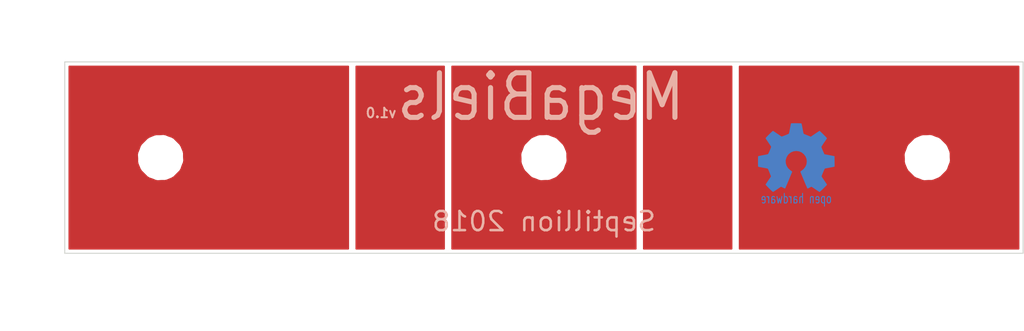
<source format=kicad_pcb>
(kicad_pcb (version 20171130) (host pcbnew "(5.0.0)")

  (general
    (thickness 1.6)
    (drawings 16)
    (tracks 0)
    (zones 0)
    (modules 5)
    (nets 1)
  )

  (page A4)
  (layers
    (0 F.Cu signal)
    (31 B.Cu signal)
    (32 B.Adhes user)
    (33 F.Adhes user)
    (34 B.Paste user)
    (35 F.Paste user)
    (36 B.SilkS user)
    (37 F.SilkS user)
    (38 B.Mask user)
    (39 F.Mask user hide)
    (40 Dwgs.User user)
    (41 Cmts.User user)
    (42 Eco1.User user)
    (43 Eco2.User user)
    (44 Edge.Cuts user)
    (45 Margin user)
    (46 B.CrtYd user)
    (47 F.CrtYd user)
    (48 B.Fab user)
    (49 F.Fab user)
  )

  (setup
    (last_trace_width 0.25)
    (trace_clearance 0.2)
    (zone_clearance 0.508)
    (zone_45_only no)
    (trace_min 0.2)
    (segment_width 0.2)
    (edge_width 0.15)
    (via_size 0.6)
    (via_drill 0.4)
    (via_min_size 0.4)
    (via_min_drill 0.3)
    (uvia_size 0.3)
    (uvia_drill 0.1)
    (uvias_allowed no)
    (uvia_min_size 0.2)
    (uvia_min_drill 0.1)
    (pcb_text_width 0.3)
    (pcb_text_size 1.5 1.5)
    (mod_edge_width 0.15)
    (mod_text_size 1 1)
    (mod_text_width 0.15)
    (pad_size 1.524 1.524)
    (pad_drill 0.762)
    (pad_to_mask_clearance 0.2)
    (aux_axis_origin 0 0)
    (visible_elements 7FFFFFFF)
    (pcbplotparams
      (layerselection 0x00030_80000001)
      (usegerberextensions false)
      (usegerberattributes false)
      (usegerberadvancedattributes false)
      (creategerberjobfile false)
      (excludeedgelayer true)
      (linewidth 0.100000)
      (plotframeref false)
      (viasonmask false)
      (mode 1)
      (useauxorigin false)
      (hpglpennumber 1)
      (hpglpenspeed 20)
      (hpglpendiameter 15.000000)
      (psnegative false)
      (psa4output false)
      (plotreference true)
      (plotvalue true)
      (plotinvisibletext false)
      (padsonsilk false)
      (subtractmaskfromsilk false)
      (outputformat 1)
      (mirror false)
      (drillshape 1)
      (scaleselection 1)
      (outputdirectory ""))
  )

  (net 0 "")

  (net_class Default "This is the default net class."
    (clearance 0.2)
    (trace_width 0.25)
    (via_dia 0.6)
    (via_drill 0.4)
    (uvia_dia 0.3)
    (uvia_drill 0.1)
  )

  (module Mounting_Holes:MountingHole_5mm (layer F.Cu) (tedit 5B54C79D) (tstamp 5B54C595)
    (at 130 60)
    (descr "Mounting Hole 5mm, no annular")
    (tags "mounting hole 5mm no annular")
    (attr virtual)
    (fp_text reference REF** (at 0 -6) (layer Dwgs.User)
      (effects (font (size 1 1) (thickness 0.15)))
    )
    (fp_text value MountingHole_6mm (at 0 6) (layer F.Fab) hide
      (effects (font (size 1 1) (thickness 0.15)))
    )
    (fp_text user %R (at 0.3 0) (layer F.Fab)
      (effects (font (size 1 1) (thickness 0.15)))
    )
    (fp_circle (center 0 0) (end 5 0) (layer Cmts.User) (width 0.15))
    (fp_circle (center 0 0) (end 5.25 0) (layer F.CrtYd) (width 0.05))
    (pad "" np_thru_hole circle (at 0 0) (size 6 6) (drill 6) (layers *.Cu *.Mask))
  )

  (module Mounting_Holes:MountingHole_5mm (layer F.Cu) (tedit 5B54C7AE) (tstamp 5B8C55E4)
    (at 190 60)
    (descr "Mounting Hole 5mm, no annular")
    (tags "mounting hole 5mm no annular")
    (attr virtual)
    (fp_text reference REF** (at 0 -6) (layer Dwgs.User)
      (effects (font (size 1 1) (thickness 0.15)))
    )
    (fp_text value MountingHole_6mm (at 0 6) (layer F.Fab) hide
      (effects (font (size 1 1) (thickness 0.15)))
    )
    (fp_text user %R (at 0.3 0) (layer F.Fab)
      (effects (font (size 1 1) (thickness 0.15)))
    )
    (fp_circle (center 0 0) (end 5 0) (layer Cmts.User) (width 0.15))
    (fp_circle (center 0 0) (end 5.25 0) (layer F.CrtYd) (width 0.05))
    (pad "" np_thru_hole circle (at 0 0) (size 6 6) (drill 6) (layers *.Cu *.Mask))
  )

  (module Mounting_Holes:MountingHole_5mm (layer F.Cu) (tedit 5B54C7A9) (tstamp 5B54C514)
    (at 70 60)
    (descr "Mounting Hole 5mm, no annular")
    (tags "mounting hole 5mm no annular")
    (attr virtual)
    (fp_text reference REF** (at 0 -6) (layer Dwgs.User)
      (effects (font (size 1 1) (thickness 0.15)))
    )
    (fp_text value MountingHole_6mm (at 0 6) (layer F.Fab) hide
      (effects (font (size 1 1) (thickness 0.15)))
    )
    (fp_text user %R (at 0.3 0) (layer F.Fab)
      (effects (font (size 1 1) (thickness 0.15)))
    )
    (fp_circle (center 0 0) (end 5 0) (layer Cmts.User) (width 0.15))
    (fp_circle (center 0 0) (end 5.25 0) (layer F.CrtYd) (width 0.05))
    (pad "" np_thru_hole circle (at 0 0) (size 6 6) (drill 6) (layers *.Cu *.Mask))
  )

  (module septillio_logo:MaskSquare (layer F.Cu) (tedit 0) (tstamp 5B551B2F)
    (at 130 60)
    (fp_text reference G*** (at 0 0) (layer F.SilkS) hide
      (effects (font (size 1.524 1.524) (thickness 0.3)))
    )
    (fp_text value LOGO (at 0.75 0) (layer F.SilkS) hide
      (effects (font (size 1.524 1.524) (thickness 0.3)))
    )
    (fp_poly (pts (xy 75 15) (xy -75 15) (xy -75 -15) (xy 75 -15)
      (xy 75 15)) (layer F.Mask) (width 0.01))
  )

  (module w_logo:Logo_copper_OSHW_12x13mm (layer B.Cu) (tedit 0) (tstamp 5B8C5775)
    (at 169.5 60 180)
    (descr "Open Hardware Logo, 12x13mm")
    (fp_text reference G*** (at 0 0 180) (layer B.SilkS) hide
      (effects (font (size 0.5461 0.5461) (thickness 0.10922)) (justify mirror))
    )
    (fp_text value LOGO (at 0 -0.9 180) (layer B.SilkS) hide
      (effects (font (size 0.5461 0.5461) (thickness 0.10922)) (justify mirror))
    )
    (fp_poly (pts (xy -3.63728 -5.38988) (xy -3.57378 -5.35686) (xy -3.43408 -5.26796) (xy -3.23342 -5.13842)
      (xy -2.9972 -4.9784) (xy -2.75844 -4.81838) (xy -2.56286 -4.6863) (xy -2.4257 -4.59994)
      (xy -2.36982 -4.56692) (xy -2.33934 -4.57708) (xy -2.22504 -4.63296) (xy -2.06248 -4.71932)
      (xy -1.96596 -4.76758) (xy -1.8161 -4.83362) (xy -1.74244 -4.84632) (xy -1.72974 -4.826)
      (xy -1.67386 -4.70916) (xy -1.5875 -4.51358) (xy -1.4732 -4.25196) (xy -1.34366 -3.9497)
      (xy -1.2065 -3.6195) (xy -1.0668 -3.28422) (xy -0.93472 -2.96672) (xy -0.81534 -2.6797)
      (xy -0.72136 -2.44602) (xy -0.6604 -2.28346) (xy -0.63754 -2.21234) (xy -0.64516 -2.1971)
      (xy -0.71882 -2.12598) (xy -0.8509 -2.02692) (xy -1.13538 -1.79578) (xy -1.41478 -1.44526)
      (xy -1.58496 -1.04902) (xy -1.64338 -0.60706) (xy -1.59512 -0.19812) (xy -1.43256 0.19558)
      (xy -1.15824 0.54864) (xy -0.8255 0.8128) (xy -0.43688 0.9779) (xy 0 1.03378)
      (xy 0.4191 0.98552) (xy 0.82042 0.82804) (xy 1.17348 0.5588) (xy 1.32334 0.38608)
      (xy 1.52908 0.02794) (xy 1.64592 -0.35814) (xy 1.65862 -0.45466) (xy 1.64084 -0.8763)
      (xy 1.51638 -1.28016) (xy 1.2954 -1.64084) (xy 0.98552 -1.93802) (xy 0.94742 -1.96596)
      (xy 0.80264 -2.07264) (xy 0.70866 -2.1463) (xy 0.63246 -2.20726) (xy 1.1684 -3.50012)
      (xy 1.25476 -3.70586) (xy 1.40208 -4.05638) (xy 1.53162 -4.36118) (xy 1.63576 -4.60502)
      (xy 1.70688 -4.76504) (xy 1.73736 -4.83108) (xy 1.74244 -4.83362) (xy 1.78816 -4.84124)
      (xy 1.88722 -4.80568) (xy 2.06756 -4.71932) (xy 2.18694 -4.65836) (xy 2.3241 -4.59232)
      (xy 2.38506 -4.56692) (xy 2.4384 -4.59486) (xy 2.57048 -4.68122) (xy 2.76098 -4.81076)
      (xy 2.99212 -4.9657) (xy 3.2131 -5.11556) (xy 3.4163 -5.25018) (xy 3.56362 -5.34416)
      (xy 3.63474 -5.38226) (xy 3.6449 -5.38226) (xy 3.7084 -5.3467) (xy 3.82524 -5.25018)
      (xy 4.0005 -5.08254) (xy 4.24942 -4.8387) (xy 4.28752 -4.8006) (xy 4.49326 -4.59232)
      (xy 4.65836 -4.41706) (xy 4.77012 -4.2926) (xy 4.81076 -4.23672) (xy 4.77266 -4.1656)
      (xy 4.68122 -4.01828) (xy 4.5466 -3.81508) (xy 4.38404 -3.57378) (xy 3.95478 -2.95402)
      (xy 4.191 -2.36728) (xy 4.26212 -2.18694) (xy 4.35356 -1.9685) (xy 4.42214 -1.81356)
      (xy 4.4577 -1.74498) (xy 4.5212 -1.72212) (xy 4.68122 -1.68402) (xy 4.9149 -1.63576)
      (xy 5.19176 -1.58496) (xy 5.45592 -1.5367) (xy 5.69468 -1.49098) (xy 5.8674 -1.45796)
      (xy 5.94614 -1.44272) (xy 5.96392 -1.43002) (xy 5.97916 -1.39192) (xy 5.98932 -1.31064)
      (xy 5.9944 -1.16586) (xy 5.99948 -0.93726) (xy 5.99948 -0.60706) (xy 5.99948 -0.5715)
      (xy 5.9944 -0.25654) (xy 5.98932 -0.00508) (xy 5.9817 0.16002) (xy 5.969 0.22606)
      (xy 5.89534 0.24384) (xy 5.72516 0.2794) (xy 5.4864 0.32766) (xy 5.20192 0.381)
      (xy 5.18414 0.38354) (xy 4.89966 0.43942) (xy 4.66344 0.48768) (xy 4.4958 0.52578)
      (xy 4.42722 0.54864) (xy 4.41198 0.56896) (xy 4.35356 0.68072) (xy 4.27228 0.85598)
      (xy 4.1783 1.06934) (xy 4.08686 1.29286) (xy 4.00558 1.49352) (xy 3.95224 1.64338)
      (xy 3.937 1.71196) (xy 3.98018 1.78054) (xy 4.0767 1.92786) (xy 4.2164 2.13106)
      (xy 4.3815 2.37236) (xy 4.3942 2.39268) (xy 4.55676 2.63144) (xy 4.68884 2.83464)
      (xy 4.77774 2.97942) (xy 4.81076 3.04292) (xy 4.81076 3.048) (xy 4.75488 3.11912)
      (xy 4.63296 3.25628) (xy 4.4577 3.43916) (xy 4.24942 3.64998) (xy 4.18084 3.71602)
      (xy 3.9497 3.94462) (xy 3.78714 4.09194) (xy 3.68554 4.17322) (xy 3.63728 4.191)
      (xy 3.63474 4.18846) (xy 3.56362 4.14528) (xy 3.41122 4.04622) (xy 3.20548 3.90652)
      (xy 2.96164 3.74142) (xy 2.9464 3.73126) (xy 2.7051 3.5687) (xy 2.50698 3.43154)
      (xy 2.36474 3.33756) (xy 2.30124 3.302) (xy 2.29108 3.302) (xy 2.19456 3.32994)
      (xy 2.02438 3.38836) (xy 1.81356 3.46964) (xy 1.59258 3.55854) (xy 1.38938 3.6449)
      (xy 1.23952 3.71348) (xy 1.1684 3.75412) (xy 1.16586 3.75666) (xy 1.14046 3.84302)
      (xy 1.09982 4.02336) (xy 1.04648 4.26974) (xy 0.99314 4.56438) (xy 0.98298 4.6101)
      (xy 0.92964 4.89712) (xy 0.88392 5.13334) (xy 0.84836 5.2959) (xy 0.83312 5.36448)
      (xy 0.79248 5.3721) (xy 0.65278 5.38226) (xy 0.43942 5.38988) (xy 0.18034 5.39242)
      (xy -0.09144 5.38988) (xy -0.3556 5.3848) (xy -0.58166 5.37718) (xy -0.74422 5.36448)
      (xy -0.8128 5.35178) (xy -0.81534 5.3467) (xy -0.8382 5.2578) (xy -0.87884 5.08)
      (xy -0.92964 4.83108) (xy -0.98552 4.53644) (xy -0.99568 4.4831) (xy -1.04902 4.19862)
      (xy -1.09728 3.96494) (xy -1.13284 3.80492) (xy -1.15062 3.74142) (xy -1.17602 3.72872)
      (xy -1.29286 3.67538) (xy -1.48336 3.59664) (xy -1.72212 3.50012) (xy -2.27076 3.27914)
      (xy -2.94386 3.74142) (xy -3.00482 3.78206) (xy -3.24866 3.94716) (xy -3.44678 4.07924)
      (xy -3.58648 4.16814) (xy -3.64236 4.20116) (xy -3.64744 4.19862) (xy -3.71602 4.1402)
      (xy -3.8481 4.01574) (xy -4.03098 3.83794) (xy -4.2418 3.62712) (xy -4.39928 3.46964)
      (xy -4.5847 3.28168) (xy -4.70154 3.15468) (xy -4.76758 3.0734) (xy -4.79044 3.0226)
      (xy -4.78282 2.98958) (xy -4.73964 2.921) (xy -4.64058 2.77368) (xy -4.50342 2.56794)
      (xy -4.33832 2.33172) (xy -4.2037 2.13106) (xy -4.05638 1.905) (xy -3.9624 1.74498)
      (xy -3.92938 1.66624) (xy -3.937 1.63322) (xy -3.98526 1.50114) (xy -4.064 1.30048)
      (xy -4.1656 1.06426) (xy -4.39928 0.53086) (xy -4.7498 0.46482) (xy -4.96062 0.42418)
      (xy -5.2578 0.36576) (xy -5.54228 0.31242) (xy -5.98424 0.22606) (xy -5.99948 -1.39954)
      (xy -5.9309 -1.43002) (xy -5.86486 -1.4478) (xy -5.7023 -1.48336) (xy -5.46862 -1.52908)
      (xy -5.19176 -1.58242) (xy -4.95554 -1.6256) (xy -4.71932 -1.67132) (xy -4.54914 -1.70434)
      (xy -4.47294 -1.71958) (xy -4.45516 -1.74498) (xy -4.3942 -1.86182) (xy -4.31038 -2.04216)
      (xy -4.2164 -2.26314) (xy -4.12242 -2.4892) (xy -4.0386 -2.70002) (xy -3.98018 -2.86004)
      (xy -3.95732 -2.94386) (xy -3.99034 -3.00482) (xy -4.07924 -3.14452) (xy -4.21132 -3.34264)
      (xy -4.37134 -3.57886) (xy -4.5339 -3.81508) (xy -4.66852 -4.01574) (xy -4.76504 -4.16052)
      (xy -4.80314 -4.22656) (xy -4.78282 -4.27228) (xy -4.68884 -4.38658) (xy -4.51104 -4.56946)
      (xy -4.24688 -4.83108) (xy -4.2037 -4.87426) (xy -3.99288 -5.07492) (xy -3.81508 -5.24002)
      (xy -3.69316 -5.34924) (xy -3.63728 -5.38988)) (layer B.Cu) (width 0.00254))
    (fp_line (start -5.31 -6.25) (end -5.36 -6.4) (layer B.Cu) (width 0.15))
    (fp_line (start -5.25 -6.17) (end -5.31 -6.25) (layer B.Cu) (width 0.15))
    (fp_line (start -5.17 -6.11) (end -5.25 -6.17) (layer B.Cu) (width 0.15))
    (fp_line (start -5.02 -6.11) (end -5.17 -6.11) (layer B.Cu) (width 0.15))
    (fp_line (start -4.93 -6.18) (end -5.02 -6.11) (layer B.Cu) (width 0.15))
    (fp_line (start -4.88 -6.25) (end -4.93 -6.18) (layer B.Cu) (width 0.15))
    (fp_line (start -4.83 -6.41) (end -4.88 -6.25) (layer B.Cu) (width 0.15))
    (fp_line (start -4.83 -6.82) (end -4.83 -6.41) (layer B.Cu) (width 0.15))
    (fp_line (start -4.88 -6.96) (end -4.83 -6.82) (layer B.Cu) (width 0.15))
    (fp_line (start -4.92 -7.03) (end -4.88 -6.96) (layer B.Cu) (width 0.15))
    (fp_line (start -5.02 -7.11) (end -4.92 -7.03) (layer B.Cu) (width 0.15))
    (fp_line (start -5.16 -7.11) (end -5.02 -7.11) (layer B.Cu) (width 0.15))
    (fp_line (start -5.26 -7.04) (end -5.16 -7.11) (layer B.Cu) (width 0.15))
    (fp_line (start -5.31 -6.95) (end -5.26 -7.04) (layer B.Cu) (width 0.15))
    (fp_line (start -5.36 -6.81) (end -5.31 -6.95) (layer B.Cu) (width 0.15))
    (fp_line (start -5.36 -6.4) (end -5.36 -6.81) (layer B.Cu) (width 0.15))
    (fp_line (start -4.4 -7.03) (end -4.3 -7.1) (layer B.Cu) (width 0.15))
    (fp_line (start -4.12 -7.1) (end -4.02 -7.02) (layer B.Cu) (width 0.15))
    (fp_line (start -4.02 -7.02) (end -3.98 -6.95) (layer B.Cu) (width 0.15))
    (fp_line (start -3.98 -6.95) (end -3.93 -6.81) (layer B.Cu) (width 0.15))
    (fp_line (start -3.93 -6.81) (end -3.93 -6.4) (layer B.Cu) (width 0.15))
    (fp_line (start -3.93 -6.4) (end -3.98 -6.24) (layer B.Cu) (width 0.15))
    (fp_line (start -3.98 -6.24) (end -4.03 -6.17) (layer B.Cu) (width 0.15))
    (fp_line (start -4.03 -6.17) (end -4.12 -6.1) (layer B.Cu) (width 0.15))
    (fp_line (start -4.3 -6.1) (end -4.38 -6.16) (layer B.Cu) (width 0.15))
    (fp_line (start -4.3 -7.1) (end -4.11 -7.1) (layer B.Cu) (width 0.15))
    (fp_line (start -4.3 -6.1) (end -4.12 -6.1) (layer B.Cu) (width 0.15))
    (fp_line (start -4.41 -6.1) (end -4.41 -7.61) (layer B.Cu) (width 0.15))
    (fp_line (start -3.22 -7.11) (end -3.12 -7.04) (layer B.Cu) (width 0.15))
    (fp_line (start -3.4 -7.11) (end -3.22 -7.11) (layer B.Cu) (width 0.15))
    (fp_line (start -3.5 -7.04) (end -3.4 -7.11) (layer B.Cu) (width 0.15))
    (fp_line (start -3.55 -6.9) (end -3.5 -7.04) (layer B.Cu) (width 0.15))
    (fp_line (start -3.55 -6.32) (end -3.55 -6.9) (layer B.Cu) (width 0.15))
    (fp_line (start -3.49 -6.17) (end -3.55 -6.32) (layer B.Cu) (width 0.15))
    (fp_line (start -3.39 -6.1) (end -3.49 -6.17) (layer B.Cu) (width 0.15))
    (fp_line (start -3.22 -6.1) (end -3.39 -6.1) (layer B.Cu) (width 0.15))
    (fp_line (start -3.12 -6.19) (end -3.22 -6.1) (layer B.Cu) (width 0.15))
    (fp_line (start -3.07 -6.32) (end -3.12 -6.19) (layer B.Cu) (width 0.15))
    (fp_line (start -3.07 -6.59) (end -3.07 -6.32) (layer B.Cu) (width 0.15))
    (fp_line (start -3.55 -6.59) (end -3.07 -6.59) (layer B.Cu) (width 0.15))
    (fp_line (start -2.64 -6.11) (end -2.64 -7.11) (layer B.Cu) (width 0.15))
    (fp_line (start -2.58 -6.17) (end -2.64 -6.24) (layer B.Cu) (width 0.15))
    (fp_line (start -2.5 -6.11) (end -2.58 -6.17) (layer B.Cu) (width 0.15))
    (fp_line (start -2.36 -6.11) (end -2.5 -6.11) (layer B.Cu) (width 0.15))
    (fp_line (start -2.26 -6.18) (end -2.36 -6.11) (layer B.Cu) (width 0.15))
    (fp_line (start -2.21 -6.33) (end -2.26 -6.18) (layer B.Cu) (width 0.15))
    (fp_line (start -2.21 -7.11) (end -2.21 -6.33) (layer B.Cu) (width 0.15))
    (fp_line (start -0.55 -7.11) (end -0.55 -6.33) (layer B.Cu) (width 0.15))
    (fp_line (start -0.55 -6.33) (end -0.6 -6.18) (layer B.Cu) (width 0.15))
    (fp_line (start -0.6 -6.18) (end -0.7 -6.11) (layer B.Cu) (width 0.15))
    (fp_line (start -0.7 -6.11) (end -0.84 -6.11) (layer B.Cu) (width 0.15))
    (fp_line (start -0.84 -6.11) (end -0.92 -6.17) (layer B.Cu) (width 0.15))
    (fp_line (start -0.92 -6.17) (end -0.98 -6.24) (layer B.Cu) (width 0.15))
    (fp_line (start -0.98 -7.11) (end -0.98 -5.61) (layer B.Cu) (width 0.15))
    (fp_line (start 0.36 -6.32) (end 0.36 -7.11) (layer B.Cu) (width 0.15))
    (fp_line (start 0.3 -6.17) (end 0.36 -6.32) (layer B.Cu) (width 0.15))
    (fp_line (start 0.21 -6.1) (end 0.3 -6.17) (layer B.Cu) (width 0.15))
    (fp_line (start 0.03 -6.1) (end 0.21 -6.1) (layer B.Cu) (width 0.15))
    (fp_line (start -0.08 -6.18) (end 0.03 -6.1) (layer B.Cu) (width 0.15))
    (fp_line (start -0.12 -6.88) (end -0.08 -7.02) (layer B.Cu) (width 0.15))
    (fp_line (start -0.12 -6.75) (end -0.12 -6.88) (layer B.Cu) (width 0.15))
    (fp_line (start -0.07 -6.61) (end -0.12 -6.75) (layer B.Cu) (width 0.15))
    (fp_line (start 0.03 -6.53) (end -0.07 -6.61) (layer B.Cu) (width 0.15))
    (fp_line (start 0.27 -6.53) (end 0.03 -6.53) (layer B.Cu) (width 0.15))
    (fp_line (start 0.36 -6.46) (end 0.27 -6.53) (layer B.Cu) (width 0.15))
    (fp_line (start 0.26 -7.11) (end 0.36 -7.03) (layer B.Cu) (width 0.15))
    (fp_line (start 0.03 -7.11) (end 0.26 -7.11) (layer B.Cu) (width 0.15))
    (fp_line (start -0.08 -7.02) (end 0.03 -7.11) (layer B.Cu) (width 0.15))
    (fp_line (start 3.4 -7.02) (end 3.51 -7.11) (layer B.Cu) (width 0.15))
    (fp_line (start 3.51 -7.11) (end 3.74 -7.11) (layer B.Cu) (width 0.15))
    (fp_line (start 3.74 -7.11) (end 3.84 -7.03) (layer B.Cu) (width 0.15))
    (fp_line (start 3.84 -6.46) (end 3.75 -6.53) (layer B.Cu) (width 0.15))
    (fp_line (start 3.75 -6.53) (end 3.51 -6.53) (layer B.Cu) (width 0.15))
    (fp_line (start 3.51 -6.53) (end 3.41 -6.61) (layer B.Cu) (width 0.15))
    (fp_line (start 3.41 -6.61) (end 3.36 -6.75) (layer B.Cu) (width 0.15))
    (fp_line (start 3.36 -6.75) (end 3.36 -6.88) (layer B.Cu) (width 0.15))
    (fp_line (start 3.36 -6.88) (end 3.4 -7.02) (layer B.Cu) (width 0.15))
    (fp_line (start 3.4 -6.18) (end 3.51 -6.1) (layer B.Cu) (width 0.15))
    (fp_line (start 3.51 -6.1) (end 3.69 -6.1) (layer B.Cu) (width 0.15))
    (fp_line (start 3.69 -6.1) (end 3.78 -6.17) (layer B.Cu) (width 0.15))
    (fp_line (start 3.78 -6.17) (end 3.84 -6.32) (layer B.Cu) (width 0.15))
    (fp_line (start 3.84 -6.32) (end 3.84 -7.11) (layer B.Cu) (width 0.15))
    (fp_line (start 0.83 -6.11) (end 0.83 -7.11) (layer B.Cu) (width 0.15))
    (fp_line (start 0.88 -6.25) (end 0.83 -6.42) (layer B.Cu) (width 0.15))
    (fp_line (start 0.92 -6.19) (end 0.88 -6.25) (layer B.Cu) (width 0.15))
    (fp_line (start 1.02 -6.11) (end 0.92 -6.19) (layer B.Cu) (width 0.15))
    (fp_line (start 1.13 -6.11) (end 1.02 -6.11) (layer B.Cu) (width 0.15))
    (fp_line (start 1.88 -5.61) (end 1.88 -7.11) (layer B.Cu) (width 0.15))
    (fp_line (start 1.78 -6.11) (end 1.88 -6.19) (layer B.Cu) (width 0.15))
    (fp_line (start 1.6 -6.11) (end 1.78 -6.11) (layer B.Cu) (width 0.15))
    (fp_line (start 1.52 -6.16) (end 1.6 -6.11) (layer B.Cu) (width 0.15))
    (fp_line (start 1.45 -6.25) (end 1.52 -6.16) (layer B.Cu) (width 0.15))
    (fp_line (start 1.4 -6.4) (end 1.45 -6.25) (layer B.Cu) (width 0.15))
    (fp_line (start 1.4 -6.82) (end 1.4 -6.4) (layer B.Cu) (width 0.15))
    (fp_line (start 1.46 -6.98) (end 1.4 -6.82) (layer B.Cu) (width 0.15))
    (fp_line (start 1.53 -7.06) (end 1.46 -6.98) (layer B.Cu) (width 0.15))
    (fp_line (start 1.6 -7.11) (end 1.53 -7.06) (layer B.Cu) (width 0.15))
    (fp_line (start 1.79 -7.11) (end 1.6 -7.11) (layer B.Cu) (width 0.15))
    (fp_line (start 1.88 -7.03) (end 1.79 -7.11) (layer B.Cu) (width 0.15))
    (fp_line (start 2.83 -7.11) (end 3.03 -6.1) (layer B.Cu) (width 0.15))
    (fp_line (start 2.64 -6.39) (end 2.83 -7.11) (layer B.Cu) (width 0.15))
    (fp_line (start 2.45 -7.11) (end 2.64 -6.39) (layer B.Cu) (width 0.15))
    (fp_line (start 2.26 -6.1) (end 2.45 -7.11) (layer B.Cu) (width 0.15))
    (fp_line (start 4.61 -6.11) (end 4.5 -6.11) (layer B.Cu) (width 0.15))
    (fp_line (start 4.5 -6.11) (end 4.4 -6.19) (layer B.Cu) (width 0.15))
    (fp_line (start 4.4 -6.19) (end 4.36 -6.25) (layer B.Cu) (width 0.15))
    (fp_line (start 4.36 -6.25) (end 4.31 -6.42) (layer B.Cu) (width 0.15))
    (fp_line (start 4.31 -6.11) (end 4.31 -7.11) (layer B.Cu) (width 0.15))
    (fp_line (start 4.88 -6.59) (end 5.36 -6.59) (layer B.Cu) (width 0.15))
    (fp_line (start 5.36 -6.59) (end 5.36 -6.32) (layer B.Cu) (width 0.15))
    (fp_line (start 5.36 -6.32) (end 5.31 -6.19) (layer B.Cu) (width 0.15))
    (fp_line (start 5.31 -6.19) (end 5.21 -6.1) (layer B.Cu) (width 0.15))
    (fp_line (start 5.21 -6.1) (end 5.04 -6.1) (layer B.Cu) (width 0.15))
    (fp_line (start 5.04 -6.1) (end 4.94 -6.17) (layer B.Cu) (width 0.15))
    (fp_line (start 4.94 -6.17) (end 4.88 -6.32) (layer B.Cu) (width 0.15))
    (fp_line (start 4.88 -6.32) (end 4.88 -6.9) (layer B.Cu) (width 0.15))
    (fp_line (start 4.88 -6.9) (end 4.93 -7.04) (layer B.Cu) (width 0.15))
    (fp_line (start 4.93 -7.04) (end 5.03 -7.11) (layer B.Cu) (width 0.15))
    (fp_line (start 5.03 -7.11) (end 5.21 -7.11) (layer B.Cu) (width 0.15))
    (fp_line (start 5.21 -7.11) (end 5.31 -7.04) (layer B.Cu) (width 0.15))
  )

  (gr_text "Septillion 2018\n" (at 130 70) (layer B.SilkS)
    (effects (font (size 3 3) (thickness 0.4)) (justify mirror))
  )
  (gr_text v1.0 (at 104.5 53) (layer B.SilkS)
    (effects (font (size 1.5 1.5) (thickness 0.3)) (justify mirror))
  )
  (gr_text MegaBiels (at 129.5 50.5) (layer B.SilkS)
    (effects (font (size 7 6) (thickness 0.8)) (justify mirror))
  )
  (dimension 60 (width 0.3) (layer Dwgs.User)
    (gr_text "60,000 mm" (at 175 37.15) (layer Dwgs.User)
      (effects (font (size 1.5 1.5) (thickness 0.3)))
    )
    (feature1 (pts (xy 205 45) (xy 205 35.8)))
    (feature2 (pts (xy 145 45) (xy 145 35.8)))
    (crossbar (pts (xy 145 38.5) (xy 205 38.5)))
    (arrow1a (pts (xy 205 38.5) (xy 203.873496 39.086421)))
    (arrow1b (pts (xy 205 38.5) (xy 203.873496 37.913579)))
    (arrow2a (pts (xy 145 38.5) (xy 146.126504 39.086421)))
    (arrow2b (pts (xy 145 38.5) (xy 146.126504 37.913579)))
  )
  (dimension 45 (width 0.3) (layer Dwgs.User)
    (gr_text "45,000 mm" (at 182.5 41.65) (layer Dwgs.User)
      (effects (font (size 1.5 1.5) (thickness 0.3)))
    )
    (feature1 (pts (xy 160 45) (xy 160 40.3)))
    (feature2 (pts (xy 205 45) (xy 205 40.3)))
    (crossbar (pts (xy 205 43) (xy 160 43)))
    (arrow1a (pts (xy 160 43) (xy 161.126504 42.413579)))
    (arrow1b (pts (xy 160 43) (xy 161.126504 43.586421)))
    (arrow2a (pts (xy 205 43) (xy 203.873496 42.413579)))
    (arrow2b (pts (xy 205 43) (xy 203.873496 43.586421)))
  )
  (dimension 60 (width 0.3) (layer Dwgs.User)
    (gr_text "60,000 mm" (at 85 37.15) (layer Dwgs.User)
      (effects (font (size 1.5 1.5) (thickness 0.3)))
    )
    (feature1 (pts (xy 115 45) (xy 115 35.8)))
    (feature2 (pts (xy 55 45) (xy 55 35.8)))
    (crossbar (pts (xy 55 38.5) (xy 115 38.5)))
    (arrow1a (pts (xy 115 38.5) (xy 113.873496 39.086421)))
    (arrow1b (pts (xy 115 38.5) (xy 113.873496 37.913579)))
    (arrow2a (pts (xy 55 38.5) (xy 56.126504 39.086421)))
    (arrow2b (pts (xy 55 38.5) (xy 56.126504 37.913579)))
  )
  (dimension 45 (width 0.3) (layer Dwgs.User)
    (gr_text "45,000 mm" (at 77.5 41.65) (layer Dwgs.User)
      (effects (font (size 1.5 1.5) (thickness 0.3)))
    )
    (feature1 (pts (xy 55 45) (xy 55 40.3)))
    (feature2 (pts (xy 100 45) (xy 100 40.3)))
    (crossbar (pts (xy 100 43) (xy 55 43)))
    (arrow1a (pts (xy 55 43) (xy 56.126504 42.413579)))
    (arrow1b (pts (xy 55 43) (xy 56.126504 43.586421)))
    (arrow2a (pts (xy 100 43) (xy 98.873496 42.413579)))
    (arrow2b (pts (xy 100 43) (xy 98.873496 43.586421)))
  )
  (dimension 30 (width 0.3) (layer Dwgs.User)
    (gr_text "30,000 mm" (at 51.15 60 90) (layer Dwgs.User)
      (effects (font (size 1.5 1.5) (thickness 0.3)))
    )
    (feature1 (pts (xy 55 45) (xy 49.8 45)))
    (feature2 (pts (xy 55 75) (xy 49.8 75)))
    (crossbar (pts (xy 52.5 75) (xy 52.5 45)))
    (arrow1a (pts (xy 52.5 45) (xy 53.086421 46.126504)))
    (arrow1b (pts (xy 52.5 45) (xy 51.913579 46.126504)))
    (arrow2a (pts (xy 52.5 75) (xy 53.086421 73.873496)))
    (arrow2b (pts (xy 52.5 75) (xy 51.913579 73.873496)))
  )
  (dimension 150 (width 0.3) (layer Dwgs.User)
    (gr_text "150,000 mm" (at 130 87.849999) (layer Dwgs.User)
      (effects (font (size 1.5 1.5) (thickness 0.3)))
    )
    (feature1 (pts (xy 205 75) (xy 205 89.199999)))
    (feature2 (pts (xy 55 75) (xy 55 89.199999)))
    (crossbar (pts (xy 55 86.499999) (xy 205 86.499999)))
    (arrow1a (pts (xy 205 86.499999) (xy 203.873496 87.08642)))
    (arrow1b (pts (xy 205 86.499999) (xy 203.873496 85.913578)))
    (arrow2a (pts (xy 55 86.499999) (xy 56.126504 87.08642)))
    (arrow2b (pts (xy 55 86.499999) (xy 56.126504 85.913578)))
  )
  (dimension 15 (width 0.3) (layer Dwgs.User)
    (gr_text "15,000 mm" (at 197.5 77.85) (layer Dwgs.User)
      (effects (font (size 1.5 1.5) (thickness 0.3)))
    )
    (feature1 (pts (xy 205 60) (xy 205 79.2)))
    (feature2 (pts (xy 190 60) (xy 190 79.2)))
    (crossbar (pts (xy 190 76.5) (xy 205 76.5)))
    (arrow1a (pts (xy 205 76.5) (xy 203.873496 77.086421)))
    (arrow1b (pts (xy 205 76.5) (xy 203.873496 75.913579)))
    (arrow2a (pts (xy 190 76.5) (xy 191.126504 77.086421)))
    (arrow2b (pts (xy 190 76.5) (xy 191.126504 75.913579)))
  )
  (dimension 75 (width 0.3) (layer Dwgs.User)
    (gr_text "75,000 mm" (at 92.5 82.85) (layer Dwgs.User)
      (effects (font (size 1.5 1.5) (thickness 0.3)))
    )
    (feature1 (pts (xy 130 60) (xy 130 84.2)))
    (feature2 (pts (xy 55 60) (xy 55 84.2)))
    (crossbar (pts (xy 55 81.5) (xy 130 81.5)))
    (arrow1a (pts (xy 130 81.5) (xy 128.873496 82.086421)))
    (arrow1b (pts (xy 130 81.5) (xy 128.873496 80.913579)))
    (arrow2a (pts (xy 55 81.5) (xy 56.126504 82.086421)))
    (arrow2b (pts (xy 55 81.5) (xy 56.126504 80.913579)))
  )
  (dimension 15 (width 0.3) (layer Dwgs.User)
    (gr_text "15,000 mm" (at 62.5 78.35) (layer Dwgs.User)
      (effects (font (size 1.5 1.5) (thickness 0.3)))
    )
    (feature1 (pts (xy 70 60) (xy 70 79.7)))
    (feature2 (pts (xy 55 60) (xy 55 79.7)))
    (crossbar (pts (xy 55 77) (xy 70 77)))
    (arrow1a (pts (xy 70 77) (xy 68.873496 77.586421)))
    (arrow1b (pts (xy 70 77) (xy 68.873496 76.413579)))
    (arrow2a (pts (xy 55 77) (xy 56.126504 77.586421)))
    (arrow2b (pts (xy 55 77) (xy 56.126504 76.413579)))
  )
  (gr_line (start 205 45) (end 55 45) (angle 90) (layer Edge.Cuts) (width 0.15))
  (gr_line (start 205 75) (end 205 45) (angle 90) (layer Edge.Cuts) (width 0.15))
  (gr_line (start 55 75) (end 205 75) (angle 90) (layer Edge.Cuts) (width 0.15))
  (gr_line (start 55 45) (end 55 75) (angle 90) (layer Edge.Cuts) (width 0.15))

  (zone (net 0) (net_name "") (layer F.Cu) (tstamp 5B54C5CC) (hatch edge 0.508)
    (connect_pads (clearance 0.508))
    (min_thickness 0.254)
    (fill yes (arc_segments 16) (thermal_gap 0.508) (thermal_bridge_width 1))
    (polygon
      (pts
        (xy 55 45) (xy 99.5 45) (xy 99.5 75) (xy 55 75)
      )
    )
    (filled_polygon
      (pts
        (xy 99.373 74.29) (xy 55.71 74.29) (xy 55.71 59.501889) (xy 66.32741 59.501889) (xy 66.365 60.111908)
        (xy 66.365 60.723046) (xy 66.40924 60.829852) (xy 66.416351 60.945244) (xy 66.797589 61.865634) (xy 66.859287 61.916359)
        (xy 66.918396 62.059062) (xy 67.940938 63.081604) (xy 68.083641 63.140713) (xy 68.134366 63.202411) (xy 68.712335 63.401127)
        (xy 69.276954 63.635) (xy 69.392558 63.635) (xy 69.501889 63.67259) (xy 70.111908 63.635) (xy 70.723046 63.635)
        (xy 70.829852 63.59076) (xy 70.945244 63.583649) (xy 71.865634 63.202411) (xy 71.916359 63.140713) (xy 72.059062 63.081604)
        (xy 73.081604 62.059062) (xy 73.140713 61.916359) (xy 73.202411 61.865634) (xy 73.401127 61.287665) (xy 73.635 60.723046)
        (xy 73.635 60.607442) (xy 73.67259 60.498111) (xy 73.635 59.888092) (xy 73.635 59.276954) (xy 73.59076 59.170148)
        (xy 73.583649 59.054756) (xy 73.202411 58.134366) (xy 73.140713 58.083641) (xy 73.081604 57.940938) (xy 72.059062 56.918396)
        (xy 71.916359 56.859287) (xy 71.865634 56.797589) (xy 71.287665 56.598873) (xy 70.723046 56.365) (xy 70.607442 56.365)
        (xy 70.498111 56.32741) (xy 69.888092 56.365) (xy 69.276954 56.365) (xy 69.170148 56.40924) (xy 69.054756 56.416351)
        (xy 68.134366 56.797589) (xy 68.083641 56.859287) (xy 67.940938 56.918396) (xy 66.918396 57.940938) (xy 66.859287 58.083641)
        (xy 66.797589 58.134366) (xy 66.598873 58.712335) (xy 66.365 59.276954) (xy 66.365 59.392558) (xy 66.32741 59.501889)
        (xy 55.71 59.501889) (xy 55.71 45.71) (xy 99.373 45.71)
      )
    )
  )
  (zone (net 0) (net_name "") (layer F.Cu) (tstamp 5B54C651) (hatch edge 0.508)
    (connect_pads (clearance 0.508))
    (min_thickness 0.254)
    (fill yes (arc_segments 16) (thermal_gap 0.508) (thermal_bridge_width 1))
    (polygon
      (pts
        (xy 100.5 75) (xy 100.5 45) (xy 114.5 45) (xy 114.5 75)
      )
    )
    (filled_polygon
      (pts
        (xy 114.373 74.29) (xy 100.627 74.29) (xy 100.627 45.71) (xy 114.373 45.71)
      )
    )
  )
  (zone (net 0) (net_name "") (layer F.Cu) (tstamp 5B54C6A0) (hatch edge 0.508)
    (connect_pads (clearance 0.508))
    (min_thickness 0.254)
    (fill yes (arc_segments 16) (thermal_gap 0.508) (thermal_bridge_width 1))
    (polygon
      (pts
        (xy 205 45) (xy 205 75) (xy 160.5 75) (xy 160.5 45)
      )
    )
    (filled_polygon
      (pts
        (xy 204.29 74.29) (xy 160.627 74.29) (xy 160.627 59.501889) (xy 186.32741 59.501889) (xy 186.365 60.111908)
        (xy 186.365 60.723046) (xy 186.40924 60.829852) (xy 186.416351 60.945244) (xy 186.797589 61.865634) (xy 186.859287 61.916359)
        (xy 186.918396 62.059062) (xy 187.940938 63.081604) (xy 188.083641 63.140713) (xy 188.134366 63.202411) (xy 188.712335 63.401127)
        (xy 189.276954 63.635) (xy 189.392558 63.635) (xy 189.501889 63.67259) (xy 190.111908 63.635) (xy 190.723046 63.635)
        (xy 190.829852 63.59076) (xy 190.945244 63.583649) (xy 191.865634 63.202411) (xy 191.916359 63.140713) (xy 192.059062 63.081604)
        (xy 193.081604 62.059062) (xy 193.140713 61.916359) (xy 193.202411 61.865634) (xy 193.401127 61.287665) (xy 193.635 60.723046)
        (xy 193.635 60.607442) (xy 193.67259 60.498111) (xy 193.635 59.888092) (xy 193.635 59.276954) (xy 193.59076 59.170148)
        (xy 193.583649 59.054756) (xy 193.202411 58.134366) (xy 193.140713 58.083641) (xy 193.081604 57.940938) (xy 192.059062 56.918396)
        (xy 191.916359 56.859287) (xy 191.865634 56.797589) (xy 191.287665 56.598873) (xy 190.723046 56.365) (xy 190.607442 56.365)
        (xy 190.498111 56.32741) (xy 189.888092 56.365) (xy 189.276954 56.365) (xy 189.170148 56.40924) (xy 189.054756 56.416351)
        (xy 188.134366 56.797589) (xy 188.083641 56.859287) (xy 187.940938 56.918396) (xy 186.918396 57.940938) (xy 186.859287 58.083641)
        (xy 186.797589 58.134366) (xy 186.598873 58.712335) (xy 186.365 59.276954) (xy 186.365 59.392558) (xy 186.32741 59.501889)
        (xy 160.627 59.501889) (xy 160.627 45.71) (xy 204.290001 45.71)
      )
    )
  )
  (zone (net 0) (net_name "") (layer F.Cu) (tstamp 5B54C6DB) (hatch edge 0.508)
    (connect_pads (clearance 0.508))
    (min_thickness 0.254)
    (fill yes (arc_segments 16) (thermal_gap 0.508) (thermal_bridge_width 1))
    (polygon
      (pts
        (xy 159.5 75) (xy 159.5 45) (xy 145.5 45) (xy 145.5 75)
      )
    )
    (filled_polygon
      (pts
        (xy 159.373 74.29) (xy 145.627 74.29) (xy 145.627 45.71) (xy 159.373 45.71)
      )
    )
  )
  (zone (net 0) (net_name "") (layer F.Cu) (tstamp 5B54C6FD) (hatch edge 0.508)
    (connect_pads (clearance 0.508))
    (min_thickness 0.254)
    (fill yes (arc_segments 16) (thermal_gap 0.508) (thermal_bridge_width 1))
    (polygon
      (pts
        (xy 144.5 75) (xy 115.5 75) (xy 115.5 45) (xy 144.5 45)
      )
    )
    (filled_polygon
      (pts
        (xy 144.373 74.29) (xy 115.627 74.29) (xy 115.627 59.501889) (xy 126.32741 59.501889) (xy 126.365 60.111908)
        (xy 126.365 60.723046) (xy 126.40924 60.829852) (xy 126.416351 60.945244) (xy 126.797589 61.865634) (xy 126.859287 61.916359)
        (xy 126.918396 62.059062) (xy 127.940938 63.081604) (xy 128.083641 63.140713) (xy 128.134366 63.202411) (xy 128.712335 63.401127)
        (xy 129.276954 63.635) (xy 129.392558 63.635) (xy 129.501889 63.67259) (xy 130.111908 63.635) (xy 130.723046 63.635)
        (xy 130.829852 63.59076) (xy 130.945244 63.583649) (xy 131.865634 63.202411) (xy 131.916359 63.140713) (xy 132.059062 63.081604)
        (xy 133.081604 62.059062) (xy 133.140713 61.916359) (xy 133.202411 61.865634) (xy 133.401127 61.287665) (xy 133.635 60.723046)
        (xy 133.635 60.607442) (xy 133.67259 60.498111) (xy 133.635 59.888092) (xy 133.635 59.276954) (xy 133.59076 59.170148)
        (xy 133.583649 59.054756) (xy 133.202411 58.134366) (xy 133.140713 58.083641) (xy 133.081604 57.940938) (xy 132.059062 56.918396)
        (xy 131.916359 56.859287) (xy 131.865634 56.797589) (xy 131.287665 56.598873) (xy 130.723046 56.365) (xy 130.607442 56.365)
        (xy 130.498111 56.32741) (xy 129.888092 56.365) (xy 129.276954 56.365) (xy 129.170148 56.40924) (xy 129.054756 56.416351)
        (xy 128.134366 56.797589) (xy 128.083641 56.859287) (xy 127.940938 56.918396) (xy 126.918396 57.940938) (xy 126.859287 58.083641)
        (xy 126.797589 58.134366) (xy 126.598873 58.712335) (xy 126.365 59.276954) (xy 126.365 59.392558) (xy 126.32741 59.501889)
        (xy 115.627 59.501889) (xy 115.627 45.71) (xy 144.373 45.71)
      )
    )
  )
)

</source>
